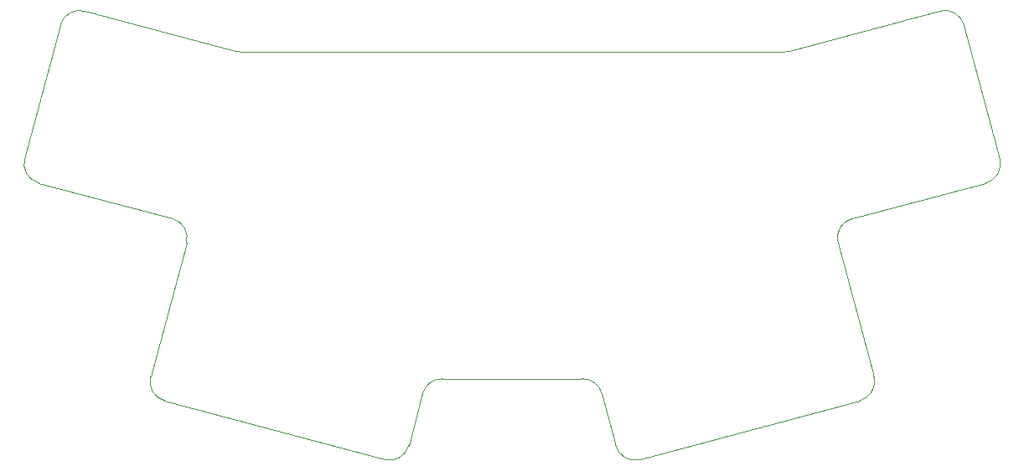
<source format=gbr>
%TF.GenerationSoftware,KiCad,Pcbnew,7.0.8*%
%TF.CreationDate,2024-01-22T23:57:30-06:00*%
%TF.ProjectId,idawgz32,69646177-677a-4333-922e-6b696361645f,rev?*%
%TF.SameCoordinates,Original*%
%TF.FileFunction,Profile,NP*%
%FSLAX46Y46*%
G04 Gerber Fmt 4.6, Leading zero omitted, Abs format (unit mm)*
G04 Created by KiCad (PCBNEW 7.0.8) date 2024-01-22 23:57:30*
%MOMM*%
%LPD*%
G01*
G04 APERTURE LIST*
%TA.AperFunction,Profile*%
%ADD10C,0.050000*%
%TD*%
G04 APERTURE END LIST*
D10*
X66180162Y-72918689D02*
X64765627Y-78197812D01*
X32030661Y-34227120D02*
G75*
G03*
X29581177Y-35641328I-517630J-1931860D01*
G01*
X110349660Y-73659185D02*
X88133366Y-79612025D01*
X32030664Y-34227109D02*
X47231147Y-38300071D01*
X62316129Y-79612055D02*
G75*
G03*
X64765626Y-78197812I517700J1931744D01*
G01*
X68112014Y-71436377D02*
G75*
G03*
X66180163Y-72918689I13J-2000034D01*
G01*
X38685628Y-71209694D02*
X42309099Y-57686733D01*
X42309102Y-57686734D02*
G75*
G03*
X40894885Y-55237243I-1931874J517626D01*
G01*
X110349650Y-73659150D02*
G75*
G03*
X111763871Y-71209698I-517621J1931840D01*
G01*
X85683853Y-78197814D02*
G75*
G03*
X88133366Y-79612025I1931778J517505D01*
G01*
X47231151Y-38300058D02*
G75*
G03*
X47748781Y-38368217I517680J1931848D01*
G01*
X102700717Y-38368206D02*
G75*
G03*
X103218357Y-38300069I111J1999497D01*
G01*
X120868302Y-35641332D02*
G75*
G03*
X118418839Y-34227117I-1931869J-517675D01*
G01*
X123077579Y-51613778D02*
X109554619Y-55237244D01*
X62316137Y-79612025D02*
X40099841Y-73659188D01*
X82337491Y-71436329D02*
X68112014Y-71436330D01*
X84269270Y-72918708D02*
G75*
G03*
X82337491Y-71436329I-1931841J-517601D01*
G01*
X47748781Y-38368217D02*
X102700717Y-38368221D01*
X120868327Y-35641325D02*
X124491794Y-49164290D01*
X109554610Y-55237212D02*
G75*
G03*
X108140405Y-57686735I517720J-1931899D01*
G01*
X108140405Y-57686735D02*
X111763872Y-71209698D01*
X123077576Y-51613766D02*
G75*
G03*
X124491793Y-49164290I-517649J1931858D01*
G01*
X103218356Y-38300069D02*
X118418839Y-34227116D01*
X40894885Y-55237242D02*
X27371922Y-51613778D01*
X25957736Y-49164296D02*
G75*
G03*
X27371922Y-51613777I1931894J-517613D01*
G01*
X38685627Y-71209694D02*
G75*
G03*
X40099841Y-73659188I1931902J-517612D01*
G01*
X25957709Y-49164289D02*
X29581176Y-35641328D01*
X85683876Y-78197808D02*
X84269338Y-72918690D01*
M02*

</source>
